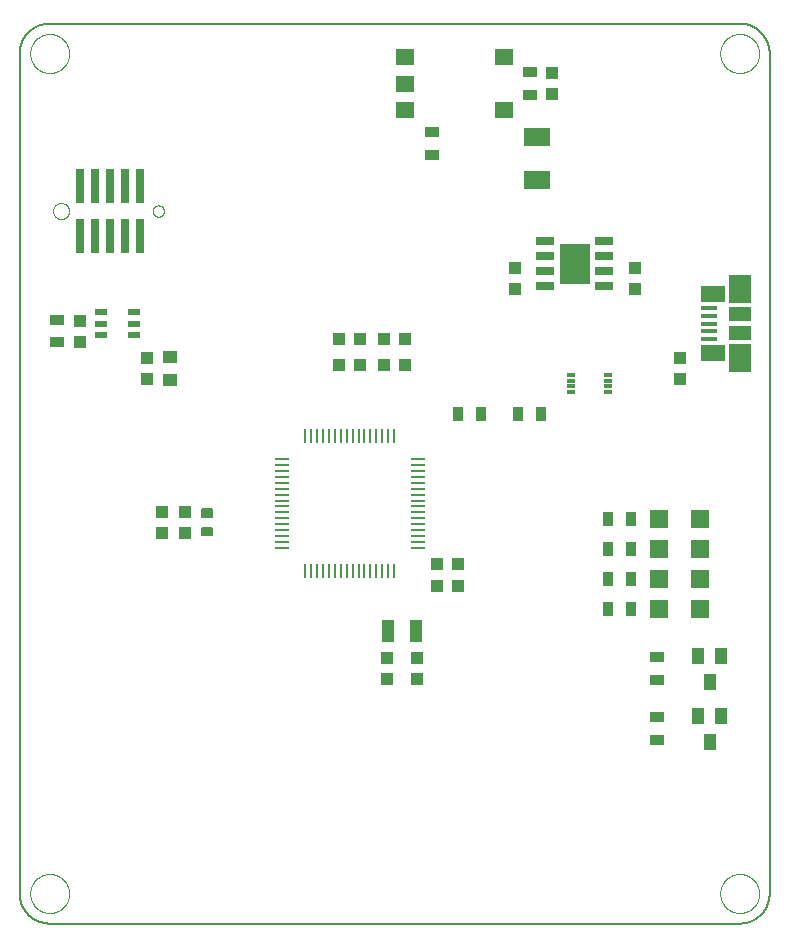
<source format=gtp>
G75*
%MOIN*%
%OFA0B0*%
%FSLAX25Y25*%
%IPPOS*%
%LPD*%
%AMOC8*
5,1,8,0,0,1.08239X$1,22.5*
%
%ADD10C,0.00600*%
%ADD11R,0.03937X0.03937*%
%ADD12R,0.05118X0.04134*%
%ADD13R,0.05906X0.06299*%
%ADD14R,0.02756X0.11417*%
%ADD15C,0.00000*%
%ADD16C,0.00630*%
%ADD17R,0.05118X0.03543*%
%ADD18R,0.03543X0.05118*%
%ADD19R,0.06299X0.05512*%
%ADD20R,0.04724X0.00866*%
%ADD21R,0.00866X0.04724*%
%ADD22R,0.04331X0.02362*%
%ADD23R,0.04331X0.07480*%
%ADD24R,0.03937X0.05512*%
%ADD25R,0.08583X0.05984*%
%ADD26R,0.05433X0.01772*%
%ADD27R,0.08268X0.05807*%
%ADD28R,0.07480X0.04626*%
%ADD29R,0.07480X0.09350*%
%ADD30R,0.03150X0.01181*%
%ADD31R,0.10287X0.13787*%
%ADD32R,0.05925X0.03157*%
D10*
X0037595Y0048933D02*
X0037595Y0328933D01*
X0037598Y0329175D01*
X0037607Y0329416D01*
X0037621Y0329657D01*
X0037642Y0329898D01*
X0037668Y0330138D01*
X0037700Y0330378D01*
X0037738Y0330617D01*
X0037781Y0330854D01*
X0037831Y0331091D01*
X0037886Y0331326D01*
X0037946Y0331560D01*
X0038013Y0331792D01*
X0038084Y0332023D01*
X0038162Y0332252D01*
X0038245Y0332479D01*
X0038333Y0332704D01*
X0038427Y0332927D01*
X0038526Y0333147D01*
X0038631Y0333365D01*
X0038740Y0333580D01*
X0038855Y0333793D01*
X0038975Y0334003D01*
X0039100Y0334209D01*
X0039230Y0334413D01*
X0039365Y0334614D01*
X0039505Y0334811D01*
X0039649Y0335005D01*
X0039798Y0335195D01*
X0039952Y0335381D01*
X0040110Y0335564D01*
X0040272Y0335743D01*
X0040439Y0335918D01*
X0040610Y0336089D01*
X0040785Y0336256D01*
X0040964Y0336418D01*
X0041147Y0336576D01*
X0041333Y0336730D01*
X0041523Y0336879D01*
X0041717Y0337023D01*
X0041914Y0337163D01*
X0042115Y0337298D01*
X0042319Y0337428D01*
X0042525Y0337553D01*
X0042735Y0337673D01*
X0042948Y0337788D01*
X0043163Y0337897D01*
X0043381Y0338002D01*
X0043601Y0338101D01*
X0043824Y0338195D01*
X0044049Y0338283D01*
X0044276Y0338366D01*
X0044505Y0338444D01*
X0044736Y0338515D01*
X0044968Y0338582D01*
X0045202Y0338642D01*
X0045437Y0338697D01*
X0045674Y0338747D01*
X0045911Y0338790D01*
X0046150Y0338828D01*
X0046390Y0338860D01*
X0046630Y0338886D01*
X0046871Y0338907D01*
X0047112Y0338921D01*
X0047353Y0338930D01*
X0047595Y0338933D01*
X0277595Y0338933D01*
X0277837Y0338930D01*
X0278078Y0338921D01*
X0278319Y0338907D01*
X0278560Y0338886D01*
X0278800Y0338860D01*
X0279040Y0338828D01*
X0279279Y0338790D01*
X0279516Y0338747D01*
X0279753Y0338697D01*
X0279988Y0338642D01*
X0280222Y0338582D01*
X0280454Y0338515D01*
X0280685Y0338444D01*
X0280914Y0338366D01*
X0281141Y0338283D01*
X0281366Y0338195D01*
X0281589Y0338101D01*
X0281809Y0338002D01*
X0282027Y0337897D01*
X0282242Y0337788D01*
X0282455Y0337673D01*
X0282665Y0337553D01*
X0282871Y0337428D01*
X0283075Y0337298D01*
X0283276Y0337163D01*
X0283473Y0337023D01*
X0283667Y0336879D01*
X0283857Y0336730D01*
X0284043Y0336576D01*
X0284226Y0336418D01*
X0284405Y0336256D01*
X0284580Y0336089D01*
X0284751Y0335918D01*
X0284918Y0335743D01*
X0285080Y0335564D01*
X0285238Y0335381D01*
X0285392Y0335195D01*
X0285541Y0335005D01*
X0285685Y0334811D01*
X0285825Y0334614D01*
X0285960Y0334413D01*
X0286090Y0334209D01*
X0286215Y0334003D01*
X0286335Y0333793D01*
X0286450Y0333580D01*
X0286559Y0333365D01*
X0286664Y0333147D01*
X0286763Y0332927D01*
X0286857Y0332704D01*
X0286945Y0332479D01*
X0287028Y0332252D01*
X0287106Y0332023D01*
X0287177Y0331792D01*
X0287244Y0331560D01*
X0287304Y0331326D01*
X0287359Y0331091D01*
X0287409Y0330854D01*
X0287452Y0330617D01*
X0287490Y0330378D01*
X0287522Y0330138D01*
X0287548Y0329898D01*
X0287569Y0329657D01*
X0287583Y0329416D01*
X0287592Y0329175D01*
X0287595Y0328933D01*
X0287595Y0048933D01*
X0287592Y0048691D01*
X0287583Y0048450D01*
X0287569Y0048209D01*
X0287548Y0047968D01*
X0287522Y0047728D01*
X0287490Y0047488D01*
X0287452Y0047249D01*
X0287409Y0047012D01*
X0287359Y0046775D01*
X0287304Y0046540D01*
X0287244Y0046306D01*
X0287177Y0046074D01*
X0287106Y0045843D01*
X0287028Y0045614D01*
X0286945Y0045387D01*
X0286857Y0045162D01*
X0286763Y0044939D01*
X0286664Y0044719D01*
X0286559Y0044501D01*
X0286450Y0044286D01*
X0286335Y0044073D01*
X0286215Y0043863D01*
X0286090Y0043657D01*
X0285960Y0043453D01*
X0285825Y0043252D01*
X0285685Y0043055D01*
X0285541Y0042861D01*
X0285392Y0042671D01*
X0285238Y0042485D01*
X0285080Y0042302D01*
X0284918Y0042123D01*
X0284751Y0041948D01*
X0284580Y0041777D01*
X0284405Y0041610D01*
X0284226Y0041448D01*
X0284043Y0041290D01*
X0283857Y0041136D01*
X0283667Y0040987D01*
X0283473Y0040843D01*
X0283276Y0040703D01*
X0283075Y0040568D01*
X0282871Y0040438D01*
X0282665Y0040313D01*
X0282455Y0040193D01*
X0282242Y0040078D01*
X0282027Y0039969D01*
X0281809Y0039864D01*
X0281589Y0039765D01*
X0281366Y0039671D01*
X0281141Y0039583D01*
X0280914Y0039500D01*
X0280685Y0039422D01*
X0280454Y0039351D01*
X0280222Y0039284D01*
X0279988Y0039224D01*
X0279753Y0039169D01*
X0279516Y0039119D01*
X0279279Y0039076D01*
X0279040Y0039038D01*
X0278800Y0039006D01*
X0278560Y0038980D01*
X0278319Y0038959D01*
X0278078Y0038945D01*
X0277837Y0038936D01*
X0277595Y0038933D01*
X0047595Y0038933D01*
X0047353Y0038936D01*
X0047112Y0038945D01*
X0046871Y0038959D01*
X0046630Y0038980D01*
X0046390Y0039006D01*
X0046150Y0039038D01*
X0045911Y0039076D01*
X0045674Y0039119D01*
X0045437Y0039169D01*
X0045202Y0039224D01*
X0044968Y0039284D01*
X0044736Y0039351D01*
X0044505Y0039422D01*
X0044276Y0039500D01*
X0044049Y0039583D01*
X0043824Y0039671D01*
X0043601Y0039765D01*
X0043381Y0039864D01*
X0043163Y0039969D01*
X0042948Y0040078D01*
X0042735Y0040193D01*
X0042525Y0040313D01*
X0042319Y0040438D01*
X0042115Y0040568D01*
X0041914Y0040703D01*
X0041717Y0040843D01*
X0041523Y0040987D01*
X0041333Y0041136D01*
X0041147Y0041290D01*
X0040964Y0041448D01*
X0040785Y0041610D01*
X0040610Y0041777D01*
X0040439Y0041948D01*
X0040272Y0042123D01*
X0040110Y0042302D01*
X0039952Y0042485D01*
X0039798Y0042671D01*
X0039649Y0042861D01*
X0039505Y0043055D01*
X0039365Y0043252D01*
X0039230Y0043453D01*
X0039100Y0043657D01*
X0038975Y0043863D01*
X0038855Y0044073D01*
X0038740Y0044286D01*
X0038631Y0044501D01*
X0038526Y0044719D01*
X0038427Y0044939D01*
X0038333Y0045162D01*
X0038245Y0045387D01*
X0038162Y0045614D01*
X0038084Y0045843D01*
X0038013Y0046074D01*
X0037946Y0046306D01*
X0037886Y0046540D01*
X0037831Y0046775D01*
X0037781Y0047012D01*
X0037738Y0047249D01*
X0037700Y0047488D01*
X0037668Y0047728D01*
X0037642Y0047968D01*
X0037621Y0048209D01*
X0037607Y0048450D01*
X0037598Y0048691D01*
X0037595Y0048933D01*
D11*
X0085095Y0169183D03*
X0085095Y0176183D03*
X0092595Y0176183D03*
X0092595Y0169183D03*
X0080095Y0220433D03*
X0080095Y0227433D03*
X0057595Y0232933D03*
X0057595Y0239933D03*
X0144095Y0233933D03*
X0151095Y0233933D03*
X0151095Y0225183D03*
X0144095Y0225183D03*
X0159095Y0225183D03*
X0166095Y0225183D03*
X0166095Y0233933D03*
X0159095Y0233933D03*
X0202595Y0250433D03*
X0202595Y0257433D03*
X0242595Y0257433D03*
X0242595Y0250433D03*
X0257595Y0227433D03*
X0257595Y0220433D03*
X0183595Y0158933D03*
X0176595Y0158933D03*
X0176595Y0151433D03*
X0183595Y0151433D03*
X0170095Y0127433D03*
X0170095Y0120433D03*
X0160095Y0120433D03*
X0160095Y0127433D03*
X0215095Y0315433D03*
X0215095Y0322433D03*
D12*
X0087595Y0227673D03*
X0087595Y0220193D03*
D13*
X0250705Y0173933D03*
X0250705Y0163933D03*
X0250705Y0153933D03*
X0250705Y0143933D03*
X0264485Y0143933D03*
X0264485Y0153933D03*
X0264485Y0163933D03*
X0264485Y0173933D03*
D14*
X0077595Y0267969D03*
X0072595Y0267969D03*
X0067595Y0267969D03*
X0062674Y0267969D03*
X0057595Y0267969D03*
X0057595Y0284898D03*
X0062674Y0284898D03*
X0067595Y0284898D03*
X0072595Y0284898D03*
X0077595Y0284898D03*
D15*
X0081946Y0276433D02*
X0081948Y0276519D01*
X0081954Y0276606D01*
X0081964Y0276691D01*
X0081978Y0276777D01*
X0081996Y0276861D01*
X0082017Y0276945D01*
X0082043Y0277027D01*
X0082072Y0277109D01*
X0082105Y0277188D01*
X0082142Y0277267D01*
X0082182Y0277343D01*
X0082226Y0277417D01*
X0082273Y0277490D01*
X0082324Y0277560D01*
X0082377Y0277628D01*
X0082434Y0277693D01*
X0082494Y0277755D01*
X0082556Y0277815D01*
X0082621Y0277872D01*
X0082689Y0277925D01*
X0082759Y0277976D01*
X0082832Y0278023D01*
X0082906Y0278067D01*
X0082982Y0278107D01*
X0083061Y0278144D01*
X0083140Y0278177D01*
X0083222Y0278206D01*
X0083304Y0278232D01*
X0083388Y0278253D01*
X0083472Y0278271D01*
X0083558Y0278285D01*
X0083643Y0278295D01*
X0083730Y0278301D01*
X0083816Y0278303D01*
X0083902Y0278301D01*
X0083989Y0278295D01*
X0084074Y0278285D01*
X0084160Y0278271D01*
X0084244Y0278253D01*
X0084328Y0278232D01*
X0084410Y0278206D01*
X0084492Y0278177D01*
X0084571Y0278144D01*
X0084650Y0278107D01*
X0084726Y0278067D01*
X0084800Y0278023D01*
X0084873Y0277976D01*
X0084943Y0277925D01*
X0085011Y0277872D01*
X0085076Y0277815D01*
X0085138Y0277755D01*
X0085198Y0277693D01*
X0085255Y0277628D01*
X0085308Y0277560D01*
X0085359Y0277490D01*
X0085406Y0277417D01*
X0085450Y0277343D01*
X0085490Y0277267D01*
X0085527Y0277188D01*
X0085560Y0277109D01*
X0085589Y0277027D01*
X0085615Y0276945D01*
X0085636Y0276861D01*
X0085654Y0276777D01*
X0085668Y0276691D01*
X0085678Y0276606D01*
X0085684Y0276519D01*
X0085686Y0276433D01*
X0085684Y0276347D01*
X0085678Y0276260D01*
X0085668Y0276175D01*
X0085654Y0276089D01*
X0085636Y0276005D01*
X0085615Y0275921D01*
X0085589Y0275839D01*
X0085560Y0275757D01*
X0085527Y0275678D01*
X0085490Y0275599D01*
X0085450Y0275523D01*
X0085406Y0275449D01*
X0085359Y0275376D01*
X0085308Y0275306D01*
X0085255Y0275238D01*
X0085198Y0275173D01*
X0085138Y0275111D01*
X0085076Y0275051D01*
X0085011Y0274994D01*
X0084943Y0274941D01*
X0084873Y0274890D01*
X0084800Y0274843D01*
X0084726Y0274799D01*
X0084650Y0274759D01*
X0084571Y0274722D01*
X0084492Y0274689D01*
X0084410Y0274660D01*
X0084328Y0274634D01*
X0084244Y0274613D01*
X0084160Y0274595D01*
X0084074Y0274581D01*
X0083989Y0274571D01*
X0083902Y0274565D01*
X0083816Y0274563D01*
X0083730Y0274565D01*
X0083643Y0274571D01*
X0083558Y0274581D01*
X0083472Y0274595D01*
X0083388Y0274613D01*
X0083304Y0274634D01*
X0083222Y0274660D01*
X0083140Y0274689D01*
X0083061Y0274722D01*
X0082982Y0274759D01*
X0082906Y0274799D01*
X0082832Y0274843D01*
X0082759Y0274890D01*
X0082689Y0274941D01*
X0082621Y0274994D01*
X0082556Y0275051D01*
X0082494Y0275111D01*
X0082434Y0275173D01*
X0082377Y0275238D01*
X0082324Y0275306D01*
X0082273Y0275376D01*
X0082226Y0275449D01*
X0082182Y0275523D01*
X0082142Y0275599D01*
X0082105Y0275678D01*
X0082072Y0275757D01*
X0082043Y0275839D01*
X0082017Y0275921D01*
X0081996Y0276005D01*
X0081978Y0276089D01*
X0081964Y0276175D01*
X0081954Y0276260D01*
X0081948Y0276347D01*
X0081946Y0276433D01*
X0048718Y0276433D02*
X0048720Y0276536D01*
X0048726Y0276639D01*
X0048736Y0276741D01*
X0048750Y0276844D01*
X0048768Y0276945D01*
X0048790Y0277046D01*
X0048815Y0277146D01*
X0048845Y0277244D01*
X0048878Y0277342D01*
X0048915Y0277438D01*
X0048956Y0277532D01*
X0049001Y0277625D01*
X0049049Y0277717D01*
X0049100Y0277806D01*
X0049155Y0277893D01*
X0049213Y0277978D01*
X0049275Y0278061D01*
X0049340Y0278141D01*
X0049407Y0278219D01*
X0049478Y0278293D01*
X0049552Y0278366D01*
X0049628Y0278435D01*
X0049707Y0278501D01*
X0049788Y0278564D01*
X0049872Y0278624D01*
X0049958Y0278681D01*
X0050046Y0278734D01*
X0050137Y0278784D01*
X0050229Y0278830D01*
X0050323Y0278873D01*
X0050418Y0278912D01*
X0050515Y0278947D01*
X0050613Y0278978D01*
X0050712Y0279006D01*
X0050813Y0279030D01*
X0050914Y0279050D01*
X0051015Y0279066D01*
X0051118Y0279078D01*
X0051221Y0279086D01*
X0051323Y0279090D01*
X0051427Y0279090D01*
X0051529Y0279086D01*
X0051632Y0279078D01*
X0051735Y0279066D01*
X0051836Y0279050D01*
X0051937Y0279030D01*
X0052038Y0279006D01*
X0052137Y0278978D01*
X0052235Y0278947D01*
X0052332Y0278912D01*
X0052427Y0278873D01*
X0052521Y0278830D01*
X0052613Y0278784D01*
X0052703Y0278734D01*
X0052792Y0278681D01*
X0052878Y0278624D01*
X0052962Y0278564D01*
X0053043Y0278501D01*
X0053122Y0278435D01*
X0053198Y0278366D01*
X0053272Y0278293D01*
X0053343Y0278219D01*
X0053410Y0278141D01*
X0053475Y0278061D01*
X0053537Y0277978D01*
X0053595Y0277893D01*
X0053650Y0277806D01*
X0053701Y0277717D01*
X0053749Y0277625D01*
X0053794Y0277532D01*
X0053835Y0277438D01*
X0053872Y0277342D01*
X0053905Y0277244D01*
X0053935Y0277146D01*
X0053960Y0277046D01*
X0053982Y0276945D01*
X0054000Y0276844D01*
X0054014Y0276741D01*
X0054024Y0276639D01*
X0054030Y0276536D01*
X0054032Y0276433D01*
X0054030Y0276330D01*
X0054024Y0276227D01*
X0054014Y0276125D01*
X0054000Y0276022D01*
X0053982Y0275921D01*
X0053960Y0275820D01*
X0053935Y0275720D01*
X0053905Y0275622D01*
X0053872Y0275524D01*
X0053835Y0275428D01*
X0053794Y0275334D01*
X0053749Y0275241D01*
X0053701Y0275149D01*
X0053650Y0275060D01*
X0053595Y0274973D01*
X0053537Y0274888D01*
X0053475Y0274805D01*
X0053410Y0274725D01*
X0053343Y0274647D01*
X0053272Y0274573D01*
X0053198Y0274500D01*
X0053122Y0274431D01*
X0053043Y0274365D01*
X0052962Y0274302D01*
X0052878Y0274242D01*
X0052792Y0274185D01*
X0052704Y0274132D01*
X0052613Y0274082D01*
X0052521Y0274036D01*
X0052427Y0273993D01*
X0052332Y0273954D01*
X0052235Y0273919D01*
X0052137Y0273888D01*
X0052038Y0273860D01*
X0051937Y0273836D01*
X0051836Y0273816D01*
X0051735Y0273800D01*
X0051632Y0273788D01*
X0051529Y0273780D01*
X0051427Y0273776D01*
X0051323Y0273776D01*
X0051221Y0273780D01*
X0051118Y0273788D01*
X0051015Y0273800D01*
X0050914Y0273816D01*
X0050813Y0273836D01*
X0050712Y0273860D01*
X0050613Y0273888D01*
X0050515Y0273919D01*
X0050418Y0273954D01*
X0050323Y0273993D01*
X0050229Y0274036D01*
X0050137Y0274082D01*
X0050047Y0274132D01*
X0049958Y0274185D01*
X0049872Y0274242D01*
X0049788Y0274302D01*
X0049707Y0274365D01*
X0049628Y0274431D01*
X0049552Y0274500D01*
X0049478Y0274573D01*
X0049407Y0274647D01*
X0049340Y0274725D01*
X0049275Y0274805D01*
X0049213Y0274888D01*
X0049155Y0274973D01*
X0049100Y0275060D01*
X0049049Y0275149D01*
X0049001Y0275241D01*
X0048956Y0275334D01*
X0048915Y0275428D01*
X0048878Y0275524D01*
X0048845Y0275622D01*
X0048815Y0275720D01*
X0048790Y0275820D01*
X0048768Y0275921D01*
X0048750Y0276022D01*
X0048736Y0276125D01*
X0048726Y0276227D01*
X0048720Y0276330D01*
X0048718Y0276433D01*
X0041099Y0328933D02*
X0041101Y0329094D01*
X0041107Y0329254D01*
X0041117Y0329415D01*
X0041131Y0329575D01*
X0041149Y0329734D01*
X0041170Y0329894D01*
X0041196Y0330052D01*
X0041226Y0330210D01*
X0041259Y0330367D01*
X0041297Y0330524D01*
X0041338Y0330679D01*
X0041383Y0330833D01*
X0041432Y0330986D01*
X0041485Y0331138D01*
X0041541Y0331288D01*
X0041601Y0331437D01*
X0041665Y0331585D01*
X0041732Y0331731D01*
X0041803Y0331875D01*
X0041878Y0332017D01*
X0041956Y0332158D01*
X0042037Y0332296D01*
X0042122Y0332433D01*
X0042211Y0332567D01*
X0042302Y0332699D01*
X0042397Y0332829D01*
X0042495Y0332956D01*
X0042596Y0333081D01*
X0042700Y0333204D01*
X0042807Y0333323D01*
X0042917Y0333440D01*
X0043030Y0333555D01*
X0043146Y0333666D01*
X0043264Y0333775D01*
X0043385Y0333880D01*
X0043509Y0333983D01*
X0043635Y0334083D01*
X0043764Y0334179D01*
X0043895Y0334272D01*
X0044028Y0334362D01*
X0044163Y0334449D01*
X0044301Y0334532D01*
X0044440Y0334611D01*
X0044582Y0334688D01*
X0044725Y0334761D01*
X0044870Y0334830D01*
X0045017Y0334895D01*
X0045165Y0334957D01*
X0045315Y0335016D01*
X0045466Y0335070D01*
X0045618Y0335121D01*
X0045772Y0335168D01*
X0045927Y0335211D01*
X0046082Y0335250D01*
X0046239Y0335286D01*
X0046397Y0335318D01*
X0046555Y0335345D01*
X0046714Y0335369D01*
X0046873Y0335389D01*
X0047033Y0335405D01*
X0047194Y0335417D01*
X0047354Y0335425D01*
X0047515Y0335429D01*
X0047675Y0335429D01*
X0047836Y0335425D01*
X0047996Y0335417D01*
X0048157Y0335405D01*
X0048317Y0335389D01*
X0048476Y0335369D01*
X0048635Y0335345D01*
X0048793Y0335318D01*
X0048951Y0335286D01*
X0049108Y0335250D01*
X0049263Y0335211D01*
X0049418Y0335168D01*
X0049572Y0335121D01*
X0049724Y0335070D01*
X0049875Y0335016D01*
X0050025Y0334957D01*
X0050173Y0334895D01*
X0050320Y0334830D01*
X0050465Y0334761D01*
X0050608Y0334688D01*
X0050750Y0334611D01*
X0050889Y0334532D01*
X0051027Y0334449D01*
X0051162Y0334362D01*
X0051295Y0334272D01*
X0051426Y0334179D01*
X0051555Y0334083D01*
X0051681Y0333983D01*
X0051805Y0333880D01*
X0051926Y0333775D01*
X0052044Y0333666D01*
X0052160Y0333555D01*
X0052273Y0333440D01*
X0052383Y0333323D01*
X0052490Y0333204D01*
X0052594Y0333081D01*
X0052695Y0332956D01*
X0052793Y0332829D01*
X0052888Y0332699D01*
X0052979Y0332567D01*
X0053068Y0332433D01*
X0053153Y0332296D01*
X0053234Y0332158D01*
X0053312Y0332017D01*
X0053387Y0331875D01*
X0053458Y0331731D01*
X0053525Y0331585D01*
X0053589Y0331437D01*
X0053649Y0331288D01*
X0053705Y0331138D01*
X0053758Y0330986D01*
X0053807Y0330833D01*
X0053852Y0330679D01*
X0053893Y0330524D01*
X0053931Y0330367D01*
X0053964Y0330210D01*
X0053994Y0330052D01*
X0054020Y0329894D01*
X0054041Y0329734D01*
X0054059Y0329575D01*
X0054073Y0329415D01*
X0054083Y0329254D01*
X0054089Y0329094D01*
X0054091Y0328933D01*
X0054089Y0328772D01*
X0054083Y0328612D01*
X0054073Y0328451D01*
X0054059Y0328291D01*
X0054041Y0328132D01*
X0054020Y0327972D01*
X0053994Y0327814D01*
X0053964Y0327656D01*
X0053931Y0327499D01*
X0053893Y0327342D01*
X0053852Y0327187D01*
X0053807Y0327033D01*
X0053758Y0326880D01*
X0053705Y0326728D01*
X0053649Y0326578D01*
X0053589Y0326429D01*
X0053525Y0326281D01*
X0053458Y0326135D01*
X0053387Y0325991D01*
X0053312Y0325849D01*
X0053234Y0325708D01*
X0053153Y0325570D01*
X0053068Y0325433D01*
X0052979Y0325299D01*
X0052888Y0325167D01*
X0052793Y0325037D01*
X0052695Y0324910D01*
X0052594Y0324785D01*
X0052490Y0324662D01*
X0052383Y0324543D01*
X0052273Y0324426D01*
X0052160Y0324311D01*
X0052044Y0324200D01*
X0051926Y0324091D01*
X0051805Y0323986D01*
X0051681Y0323883D01*
X0051555Y0323783D01*
X0051426Y0323687D01*
X0051295Y0323594D01*
X0051162Y0323504D01*
X0051027Y0323417D01*
X0050889Y0323334D01*
X0050750Y0323255D01*
X0050608Y0323178D01*
X0050465Y0323105D01*
X0050320Y0323036D01*
X0050173Y0322971D01*
X0050025Y0322909D01*
X0049875Y0322850D01*
X0049724Y0322796D01*
X0049572Y0322745D01*
X0049418Y0322698D01*
X0049263Y0322655D01*
X0049108Y0322616D01*
X0048951Y0322580D01*
X0048793Y0322548D01*
X0048635Y0322521D01*
X0048476Y0322497D01*
X0048317Y0322477D01*
X0048157Y0322461D01*
X0047996Y0322449D01*
X0047836Y0322441D01*
X0047675Y0322437D01*
X0047515Y0322437D01*
X0047354Y0322441D01*
X0047194Y0322449D01*
X0047033Y0322461D01*
X0046873Y0322477D01*
X0046714Y0322497D01*
X0046555Y0322521D01*
X0046397Y0322548D01*
X0046239Y0322580D01*
X0046082Y0322616D01*
X0045927Y0322655D01*
X0045772Y0322698D01*
X0045618Y0322745D01*
X0045466Y0322796D01*
X0045315Y0322850D01*
X0045165Y0322909D01*
X0045017Y0322971D01*
X0044870Y0323036D01*
X0044725Y0323105D01*
X0044582Y0323178D01*
X0044440Y0323255D01*
X0044301Y0323334D01*
X0044163Y0323417D01*
X0044028Y0323504D01*
X0043895Y0323594D01*
X0043764Y0323687D01*
X0043635Y0323783D01*
X0043509Y0323883D01*
X0043385Y0323986D01*
X0043264Y0324091D01*
X0043146Y0324200D01*
X0043030Y0324311D01*
X0042917Y0324426D01*
X0042807Y0324543D01*
X0042700Y0324662D01*
X0042596Y0324785D01*
X0042495Y0324910D01*
X0042397Y0325037D01*
X0042302Y0325167D01*
X0042211Y0325299D01*
X0042122Y0325433D01*
X0042037Y0325570D01*
X0041956Y0325708D01*
X0041878Y0325849D01*
X0041803Y0325991D01*
X0041732Y0326135D01*
X0041665Y0326281D01*
X0041601Y0326429D01*
X0041541Y0326578D01*
X0041485Y0326728D01*
X0041432Y0326880D01*
X0041383Y0327033D01*
X0041338Y0327187D01*
X0041297Y0327342D01*
X0041259Y0327499D01*
X0041226Y0327656D01*
X0041196Y0327814D01*
X0041170Y0327972D01*
X0041149Y0328132D01*
X0041131Y0328291D01*
X0041117Y0328451D01*
X0041107Y0328612D01*
X0041101Y0328772D01*
X0041099Y0328933D01*
X0271099Y0328933D02*
X0271101Y0329094D01*
X0271107Y0329254D01*
X0271117Y0329415D01*
X0271131Y0329575D01*
X0271149Y0329734D01*
X0271170Y0329894D01*
X0271196Y0330052D01*
X0271226Y0330210D01*
X0271259Y0330367D01*
X0271297Y0330524D01*
X0271338Y0330679D01*
X0271383Y0330833D01*
X0271432Y0330986D01*
X0271485Y0331138D01*
X0271541Y0331288D01*
X0271601Y0331437D01*
X0271665Y0331585D01*
X0271732Y0331731D01*
X0271803Y0331875D01*
X0271878Y0332017D01*
X0271956Y0332158D01*
X0272037Y0332296D01*
X0272122Y0332433D01*
X0272211Y0332567D01*
X0272302Y0332699D01*
X0272397Y0332829D01*
X0272495Y0332956D01*
X0272596Y0333081D01*
X0272700Y0333204D01*
X0272807Y0333323D01*
X0272917Y0333440D01*
X0273030Y0333555D01*
X0273146Y0333666D01*
X0273264Y0333775D01*
X0273385Y0333880D01*
X0273509Y0333983D01*
X0273635Y0334083D01*
X0273764Y0334179D01*
X0273895Y0334272D01*
X0274028Y0334362D01*
X0274163Y0334449D01*
X0274301Y0334532D01*
X0274440Y0334611D01*
X0274582Y0334688D01*
X0274725Y0334761D01*
X0274870Y0334830D01*
X0275017Y0334895D01*
X0275165Y0334957D01*
X0275315Y0335016D01*
X0275466Y0335070D01*
X0275618Y0335121D01*
X0275772Y0335168D01*
X0275927Y0335211D01*
X0276082Y0335250D01*
X0276239Y0335286D01*
X0276397Y0335318D01*
X0276555Y0335345D01*
X0276714Y0335369D01*
X0276873Y0335389D01*
X0277033Y0335405D01*
X0277194Y0335417D01*
X0277354Y0335425D01*
X0277515Y0335429D01*
X0277675Y0335429D01*
X0277836Y0335425D01*
X0277996Y0335417D01*
X0278157Y0335405D01*
X0278317Y0335389D01*
X0278476Y0335369D01*
X0278635Y0335345D01*
X0278793Y0335318D01*
X0278951Y0335286D01*
X0279108Y0335250D01*
X0279263Y0335211D01*
X0279418Y0335168D01*
X0279572Y0335121D01*
X0279724Y0335070D01*
X0279875Y0335016D01*
X0280025Y0334957D01*
X0280173Y0334895D01*
X0280320Y0334830D01*
X0280465Y0334761D01*
X0280608Y0334688D01*
X0280750Y0334611D01*
X0280889Y0334532D01*
X0281027Y0334449D01*
X0281162Y0334362D01*
X0281295Y0334272D01*
X0281426Y0334179D01*
X0281555Y0334083D01*
X0281681Y0333983D01*
X0281805Y0333880D01*
X0281926Y0333775D01*
X0282044Y0333666D01*
X0282160Y0333555D01*
X0282273Y0333440D01*
X0282383Y0333323D01*
X0282490Y0333204D01*
X0282594Y0333081D01*
X0282695Y0332956D01*
X0282793Y0332829D01*
X0282888Y0332699D01*
X0282979Y0332567D01*
X0283068Y0332433D01*
X0283153Y0332296D01*
X0283234Y0332158D01*
X0283312Y0332017D01*
X0283387Y0331875D01*
X0283458Y0331731D01*
X0283525Y0331585D01*
X0283589Y0331437D01*
X0283649Y0331288D01*
X0283705Y0331138D01*
X0283758Y0330986D01*
X0283807Y0330833D01*
X0283852Y0330679D01*
X0283893Y0330524D01*
X0283931Y0330367D01*
X0283964Y0330210D01*
X0283994Y0330052D01*
X0284020Y0329894D01*
X0284041Y0329734D01*
X0284059Y0329575D01*
X0284073Y0329415D01*
X0284083Y0329254D01*
X0284089Y0329094D01*
X0284091Y0328933D01*
X0284089Y0328772D01*
X0284083Y0328612D01*
X0284073Y0328451D01*
X0284059Y0328291D01*
X0284041Y0328132D01*
X0284020Y0327972D01*
X0283994Y0327814D01*
X0283964Y0327656D01*
X0283931Y0327499D01*
X0283893Y0327342D01*
X0283852Y0327187D01*
X0283807Y0327033D01*
X0283758Y0326880D01*
X0283705Y0326728D01*
X0283649Y0326578D01*
X0283589Y0326429D01*
X0283525Y0326281D01*
X0283458Y0326135D01*
X0283387Y0325991D01*
X0283312Y0325849D01*
X0283234Y0325708D01*
X0283153Y0325570D01*
X0283068Y0325433D01*
X0282979Y0325299D01*
X0282888Y0325167D01*
X0282793Y0325037D01*
X0282695Y0324910D01*
X0282594Y0324785D01*
X0282490Y0324662D01*
X0282383Y0324543D01*
X0282273Y0324426D01*
X0282160Y0324311D01*
X0282044Y0324200D01*
X0281926Y0324091D01*
X0281805Y0323986D01*
X0281681Y0323883D01*
X0281555Y0323783D01*
X0281426Y0323687D01*
X0281295Y0323594D01*
X0281162Y0323504D01*
X0281027Y0323417D01*
X0280889Y0323334D01*
X0280750Y0323255D01*
X0280608Y0323178D01*
X0280465Y0323105D01*
X0280320Y0323036D01*
X0280173Y0322971D01*
X0280025Y0322909D01*
X0279875Y0322850D01*
X0279724Y0322796D01*
X0279572Y0322745D01*
X0279418Y0322698D01*
X0279263Y0322655D01*
X0279108Y0322616D01*
X0278951Y0322580D01*
X0278793Y0322548D01*
X0278635Y0322521D01*
X0278476Y0322497D01*
X0278317Y0322477D01*
X0278157Y0322461D01*
X0277996Y0322449D01*
X0277836Y0322441D01*
X0277675Y0322437D01*
X0277515Y0322437D01*
X0277354Y0322441D01*
X0277194Y0322449D01*
X0277033Y0322461D01*
X0276873Y0322477D01*
X0276714Y0322497D01*
X0276555Y0322521D01*
X0276397Y0322548D01*
X0276239Y0322580D01*
X0276082Y0322616D01*
X0275927Y0322655D01*
X0275772Y0322698D01*
X0275618Y0322745D01*
X0275466Y0322796D01*
X0275315Y0322850D01*
X0275165Y0322909D01*
X0275017Y0322971D01*
X0274870Y0323036D01*
X0274725Y0323105D01*
X0274582Y0323178D01*
X0274440Y0323255D01*
X0274301Y0323334D01*
X0274163Y0323417D01*
X0274028Y0323504D01*
X0273895Y0323594D01*
X0273764Y0323687D01*
X0273635Y0323783D01*
X0273509Y0323883D01*
X0273385Y0323986D01*
X0273264Y0324091D01*
X0273146Y0324200D01*
X0273030Y0324311D01*
X0272917Y0324426D01*
X0272807Y0324543D01*
X0272700Y0324662D01*
X0272596Y0324785D01*
X0272495Y0324910D01*
X0272397Y0325037D01*
X0272302Y0325167D01*
X0272211Y0325299D01*
X0272122Y0325433D01*
X0272037Y0325570D01*
X0271956Y0325708D01*
X0271878Y0325849D01*
X0271803Y0325991D01*
X0271732Y0326135D01*
X0271665Y0326281D01*
X0271601Y0326429D01*
X0271541Y0326578D01*
X0271485Y0326728D01*
X0271432Y0326880D01*
X0271383Y0327033D01*
X0271338Y0327187D01*
X0271297Y0327342D01*
X0271259Y0327499D01*
X0271226Y0327656D01*
X0271196Y0327814D01*
X0271170Y0327972D01*
X0271149Y0328132D01*
X0271131Y0328291D01*
X0271117Y0328451D01*
X0271107Y0328612D01*
X0271101Y0328772D01*
X0271099Y0328933D01*
X0271099Y0048933D02*
X0271101Y0049094D01*
X0271107Y0049254D01*
X0271117Y0049415D01*
X0271131Y0049575D01*
X0271149Y0049734D01*
X0271170Y0049894D01*
X0271196Y0050052D01*
X0271226Y0050210D01*
X0271259Y0050367D01*
X0271297Y0050524D01*
X0271338Y0050679D01*
X0271383Y0050833D01*
X0271432Y0050986D01*
X0271485Y0051138D01*
X0271541Y0051288D01*
X0271601Y0051437D01*
X0271665Y0051585D01*
X0271732Y0051731D01*
X0271803Y0051875D01*
X0271878Y0052017D01*
X0271956Y0052158D01*
X0272037Y0052296D01*
X0272122Y0052433D01*
X0272211Y0052567D01*
X0272302Y0052699D01*
X0272397Y0052829D01*
X0272495Y0052956D01*
X0272596Y0053081D01*
X0272700Y0053204D01*
X0272807Y0053323D01*
X0272917Y0053440D01*
X0273030Y0053555D01*
X0273146Y0053666D01*
X0273264Y0053775D01*
X0273385Y0053880D01*
X0273509Y0053983D01*
X0273635Y0054083D01*
X0273764Y0054179D01*
X0273895Y0054272D01*
X0274028Y0054362D01*
X0274163Y0054449D01*
X0274301Y0054532D01*
X0274440Y0054611D01*
X0274582Y0054688D01*
X0274725Y0054761D01*
X0274870Y0054830D01*
X0275017Y0054895D01*
X0275165Y0054957D01*
X0275315Y0055016D01*
X0275466Y0055070D01*
X0275618Y0055121D01*
X0275772Y0055168D01*
X0275927Y0055211D01*
X0276082Y0055250D01*
X0276239Y0055286D01*
X0276397Y0055318D01*
X0276555Y0055345D01*
X0276714Y0055369D01*
X0276873Y0055389D01*
X0277033Y0055405D01*
X0277194Y0055417D01*
X0277354Y0055425D01*
X0277515Y0055429D01*
X0277675Y0055429D01*
X0277836Y0055425D01*
X0277996Y0055417D01*
X0278157Y0055405D01*
X0278317Y0055389D01*
X0278476Y0055369D01*
X0278635Y0055345D01*
X0278793Y0055318D01*
X0278951Y0055286D01*
X0279108Y0055250D01*
X0279263Y0055211D01*
X0279418Y0055168D01*
X0279572Y0055121D01*
X0279724Y0055070D01*
X0279875Y0055016D01*
X0280025Y0054957D01*
X0280173Y0054895D01*
X0280320Y0054830D01*
X0280465Y0054761D01*
X0280608Y0054688D01*
X0280750Y0054611D01*
X0280889Y0054532D01*
X0281027Y0054449D01*
X0281162Y0054362D01*
X0281295Y0054272D01*
X0281426Y0054179D01*
X0281555Y0054083D01*
X0281681Y0053983D01*
X0281805Y0053880D01*
X0281926Y0053775D01*
X0282044Y0053666D01*
X0282160Y0053555D01*
X0282273Y0053440D01*
X0282383Y0053323D01*
X0282490Y0053204D01*
X0282594Y0053081D01*
X0282695Y0052956D01*
X0282793Y0052829D01*
X0282888Y0052699D01*
X0282979Y0052567D01*
X0283068Y0052433D01*
X0283153Y0052296D01*
X0283234Y0052158D01*
X0283312Y0052017D01*
X0283387Y0051875D01*
X0283458Y0051731D01*
X0283525Y0051585D01*
X0283589Y0051437D01*
X0283649Y0051288D01*
X0283705Y0051138D01*
X0283758Y0050986D01*
X0283807Y0050833D01*
X0283852Y0050679D01*
X0283893Y0050524D01*
X0283931Y0050367D01*
X0283964Y0050210D01*
X0283994Y0050052D01*
X0284020Y0049894D01*
X0284041Y0049734D01*
X0284059Y0049575D01*
X0284073Y0049415D01*
X0284083Y0049254D01*
X0284089Y0049094D01*
X0284091Y0048933D01*
X0284089Y0048772D01*
X0284083Y0048612D01*
X0284073Y0048451D01*
X0284059Y0048291D01*
X0284041Y0048132D01*
X0284020Y0047972D01*
X0283994Y0047814D01*
X0283964Y0047656D01*
X0283931Y0047499D01*
X0283893Y0047342D01*
X0283852Y0047187D01*
X0283807Y0047033D01*
X0283758Y0046880D01*
X0283705Y0046728D01*
X0283649Y0046578D01*
X0283589Y0046429D01*
X0283525Y0046281D01*
X0283458Y0046135D01*
X0283387Y0045991D01*
X0283312Y0045849D01*
X0283234Y0045708D01*
X0283153Y0045570D01*
X0283068Y0045433D01*
X0282979Y0045299D01*
X0282888Y0045167D01*
X0282793Y0045037D01*
X0282695Y0044910D01*
X0282594Y0044785D01*
X0282490Y0044662D01*
X0282383Y0044543D01*
X0282273Y0044426D01*
X0282160Y0044311D01*
X0282044Y0044200D01*
X0281926Y0044091D01*
X0281805Y0043986D01*
X0281681Y0043883D01*
X0281555Y0043783D01*
X0281426Y0043687D01*
X0281295Y0043594D01*
X0281162Y0043504D01*
X0281027Y0043417D01*
X0280889Y0043334D01*
X0280750Y0043255D01*
X0280608Y0043178D01*
X0280465Y0043105D01*
X0280320Y0043036D01*
X0280173Y0042971D01*
X0280025Y0042909D01*
X0279875Y0042850D01*
X0279724Y0042796D01*
X0279572Y0042745D01*
X0279418Y0042698D01*
X0279263Y0042655D01*
X0279108Y0042616D01*
X0278951Y0042580D01*
X0278793Y0042548D01*
X0278635Y0042521D01*
X0278476Y0042497D01*
X0278317Y0042477D01*
X0278157Y0042461D01*
X0277996Y0042449D01*
X0277836Y0042441D01*
X0277675Y0042437D01*
X0277515Y0042437D01*
X0277354Y0042441D01*
X0277194Y0042449D01*
X0277033Y0042461D01*
X0276873Y0042477D01*
X0276714Y0042497D01*
X0276555Y0042521D01*
X0276397Y0042548D01*
X0276239Y0042580D01*
X0276082Y0042616D01*
X0275927Y0042655D01*
X0275772Y0042698D01*
X0275618Y0042745D01*
X0275466Y0042796D01*
X0275315Y0042850D01*
X0275165Y0042909D01*
X0275017Y0042971D01*
X0274870Y0043036D01*
X0274725Y0043105D01*
X0274582Y0043178D01*
X0274440Y0043255D01*
X0274301Y0043334D01*
X0274163Y0043417D01*
X0274028Y0043504D01*
X0273895Y0043594D01*
X0273764Y0043687D01*
X0273635Y0043783D01*
X0273509Y0043883D01*
X0273385Y0043986D01*
X0273264Y0044091D01*
X0273146Y0044200D01*
X0273030Y0044311D01*
X0272917Y0044426D01*
X0272807Y0044543D01*
X0272700Y0044662D01*
X0272596Y0044785D01*
X0272495Y0044910D01*
X0272397Y0045037D01*
X0272302Y0045167D01*
X0272211Y0045299D01*
X0272122Y0045433D01*
X0272037Y0045570D01*
X0271956Y0045708D01*
X0271878Y0045849D01*
X0271803Y0045991D01*
X0271732Y0046135D01*
X0271665Y0046281D01*
X0271601Y0046429D01*
X0271541Y0046578D01*
X0271485Y0046728D01*
X0271432Y0046880D01*
X0271383Y0047033D01*
X0271338Y0047187D01*
X0271297Y0047342D01*
X0271259Y0047499D01*
X0271226Y0047656D01*
X0271196Y0047814D01*
X0271170Y0047972D01*
X0271149Y0048132D01*
X0271131Y0048291D01*
X0271117Y0048451D01*
X0271107Y0048612D01*
X0271101Y0048772D01*
X0271099Y0048933D01*
X0041099Y0048933D02*
X0041101Y0049094D01*
X0041107Y0049254D01*
X0041117Y0049415D01*
X0041131Y0049575D01*
X0041149Y0049734D01*
X0041170Y0049894D01*
X0041196Y0050052D01*
X0041226Y0050210D01*
X0041259Y0050367D01*
X0041297Y0050524D01*
X0041338Y0050679D01*
X0041383Y0050833D01*
X0041432Y0050986D01*
X0041485Y0051138D01*
X0041541Y0051288D01*
X0041601Y0051437D01*
X0041665Y0051585D01*
X0041732Y0051731D01*
X0041803Y0051875D01*
X0041878Y0052017D01*
X0041956Y0052158D01*
X0042037Y0052296D01*
X0042122Y0052433D01*
X0042211Y0052567D01*
X0042302Y0052699D01*
X0042397Y0052829D01*
X0042495Y0052956D01*
X0042596Y0053081D01*
X0042700Y0053204D01*
X0042807Y0053323D01*
X0042917Y0053440D01*
X0043030Y0053555D01*
X0043146Y0053666D01*
X0043264Y0053775D01*
X0043385Y0053880D01*
X0043509Y0053983D01*
X0043635Y0054083D01*
X0043764Y0054179D01*
X0043895Y0054272D01*
X0044028Y0054362D01*
X0044163Y0054449D01*
X0044301Y0054532D01*
X0044440Y0054611D01*
X0044582Y0054688D01*
X0044725Y0054761D01*
X0044870Y0054830D01*
X0045017Y0054895D01*
X0045165Y0054957D01*
X0045315Y0055016D01*
X0045466Y0055070D01*
X0045618Y0055121D01*
X0045772Y0055168D01*
X0045927Y0055211D01*
X0046082Y0055250D01*
X0046239Y0055286D01*
X0046397Y0055318D01*
X0046555Y0055345D01*
X0046714Y0055369D01*
X0046873Y0055389D01*
X0047033Y0055405D01*
X0047194Y0055417D01*
X0047354Y0055425D01*
X0047515Y0055429D01*
X0047675Y0055429D01*
X0047836Y0055425D01*
X0047996Y0055417D01*
X0048157Y0055405D01*
X0048317Y0055389D01*
X0048476Y0055369D01*
X0048635Y0055345D01*
X0048793Y0055318D01*
X0048951Y0055286D01*
X0049108Y0055250D01*
X0049263Y0055211D01*
X0049418Y0055168D01*
X0049572Y0055121D01*
X0049724Y0055070D01*
X0049875Y0055016D01*
X0050025Y0054957D01*
X0050173Y0054895D01*
X0050320Y0054830D01*
X0050465Y0054761D01*
X0050608Y0054688D01*
X0050750Y0054611D01*
X0050889Y0054532D01*
X0051027Y0054449D01*
X0051162Y0054362D01*
X0051295Y0054272D01*
X0051426Y0054179D01*
X0051555Y0054083D01*
X0051681Y0053983D01*
X0051805Y0053880D01*
X0051926Y0053775D01*
X0052044Y0053666D01*
X0052160Y0053555D01*
X0052273Y0053440D01*
X0052383Y0053323D01*
X0052490Y0053204D01*
X0052594Y0053081D01*
X0052695Y0052956D01*
X0052793Y0052829D01*
X0052888Y0052699D01*
X0052979Y0052567D01*
X0053068Y0052433D01*
X0053153Y0052296D01*
X0053234Y0052158D01*
X0053312Y0052017D01*
X0053387Y0051875D01*
X0053458Y0051731D01*
X0053525Y0051585D01*
X0053589Y0051437D01*
X0053649Y0051288D01*
X0053705Y0051138D01*
X0053758Y0050986D01*
X0053807Y0050833D01*
X0053852Y0050679D01*
X0053893Y0050524D01*
X0053931Y0050367D01*
X0053964Y0050210D01*
X0053994Y0050052D01*
X0054020Y0049894D01*
X0054041Y0049734D01*
X0054059Y0049575D01*
X0054073Y0049415D01*
X0054083Y0049254D01*
X0054089Y0049094D01*
X0054091Y0048933D01*
X0054089Y0048772D01*
X0054083Y0048612D01*
X0054073Y0048451D01*
X0054059Y0048291D01*
X0054041Y0048132D01*
X0054020Y0047972D01*
X0053994Y0047814D01*
X0053964Y0047656D01*
X0053931Y0047499D01*
X0053893Y0047342D01*
X0053852Y0047187D01*
X0053807Y0047033D01*
X0053758Y0046880D01*
X0053705Y0046728D01*
X0053649Y0046578D01*
X0053589Y0046429D01*
X0053525Y0046281D01*
X0053458Y0046135D01*
X0053387Y0045991D01*
X0053312Y0045849D01*
X0053234Y0045708D01*
X0053153Y0045570D01*
X0053068Y0045433D01*
X0052979Y0045299D01*
X0052888Y0045167D01*
X0052793Y0045037D01*
X0052695Y0044910D01*
X0052594Y0044785D01*
X0052490Y0044662D01*
X0052383Y0044543D01*
X0052273Y0044426D01*
X0052160Y0044311D01*
X0052044Y0044200D01*
X0051926Y0044091D01*
X0051805Y0043986D01*
X0051681Y0043883D01*
X0051555Y0043783D01*
X0051426Y0043687D01*
X0051295Y0043594D01*
X0051162Y0043504D01*
X0051027Y0043417D01*
X0050889Y0043334D01*
X0050750Y0043255D01*
X0050608Y0043178D01*
X0050465Y0043105D01*
X0050320Y0043036D01*
X0050173Y0042971D01*
X0050025Y0042909D01*
X0049875Y0042850D01*
X0049724Y0042796D01*
X0049572Y0042745D01*
X0049418Y0042698D01*
X0049263Y0042655D01*
X0049108Y0042616D01*
X0048951Y0042580D01*
X0048793Y0042548D01*
X0048635Y0042521D01*
X0048476Y0042497D01*
X0048317Y0042477D01*
X0048157Y0042461D01*
X0047996Y0042449D01*
X0047836Y0042441D01*
X0047675Y0042437D01*
X0047515Y0042437D01*
X0047354Y0042441D01*
X0047194Y0042449D01*
X0047033Y0042461D01*
X0046873Y0042477D01*
X0046714Y0042497D01*
X0046555Y0042521D01*
X0046397Y0042548D01*
X0046239Y0042580D01*
X0046082Y0042616D01*
X0045927Y0042655D01*
X0045772Y0042698D01*
X0045618Y0042745D01*
X0045466Y0042796D01*
X0045315Y0042850D01*
X0045165Y0042909D01*
X0045017Y0042971D01*
X0044870Y0043036D01*
X0044725Y0043105D01*
X0044582Y0043178D01*
X0044440Y0043255D01*
X0044301Y0043334D01*
X0044163Y0043417D01*
X0044028Y0043504D01*
X0043895Y0043594D01*
X0043764Y0043687D01*
X0043635Y0043783D01*
X0043509Y0043883D01*
X0043385Y0043986D01*
X0043264Y0044091D01*
X0043146Y0044200D01*
X0043030Y0044311D01*
X0042917Y0044426D01*
X0042807Y0044543D01*
X0042700Y0044662D01*
X0042596Y0044785D01*
X0042495Y0044910D01*
X0042397Y0045037D01*
X0042302Y0045167D01*
X0042211Y0045299D01*
X0042122Y0045433D01*
X0042037Y0045570D01*
X0041956Y0045708D01*
X0041878Y0045849D01*
X0041803Y0045991D01*
X0041732Y0046135D01*
X0041665Y0046281D01*
X0041601Y0046429D01*
X0041541Y0046578D01*
X0041485Y0046728D01*
X0041432Y0046880D01*
X0041383Y0047033D01*
X0041338Y0047187D01*
X0041297Y0047342D01*
X0041259Y0047499D01*
X0041226Y0047656D01*
X0041196Y0047814D01*
X0041170Y0047972D01*
X0041149Y0048132D01*
X0041131Y0048291D01*
X0041117Y0048451D01*
X0041107Y0048612D01*
X0041101Y0048772D01*
X0041099Y0048933D01*
D16*
X0098520Y0170833D02*
X0101670Y0170833D01*
X0101670Y0168313D01*
X0098520Y0168313D01*
X0098520Y0170833D01*
X0098520Y0168942D02*
X0101670Y0168942D01*
X0101670Y0169571D02*
X0098520Y0169571D01*
X0098520Y0170200D02*
X0101670Y0170200D01*
X0101670Y0170829D02*
X0098520Y0170829D01*
X0098520Y0177053D02*
X0101670Y0177053D01*
X0101670Y0174533D01*
X0098520Y0174533D01*
X0098520Y0177053D01*
X0098520Y0175162D02*
X0101670Y0175162D01*
X0101670Y0175791D02*
X0098520Y0175791D01*
X0098520Y0176420D02*
X0101670Y0176420D01*
X0101670Y0177049D02*
X0098520Y0177049D01*
D17*
X0050095Y0232693D03*
X0050095Y0240173D03*
X0175095Y0295193D03*
X0175095Y0302673D03*
X0207595Y0315193D03*
X0207595Y0322673D03*
X0250095Y0127673D03*
X0250095Y0120193D03*
X0250095Y0107673D03*
X0250095Y0100193D03*
D18*
X0241335Y0143933D03*
X0233855Y0143933D03*
X0233855Y0153933D03*
X0241335Y0153933D03*
X0241335Y0163933D03*
X0233855Y0163933D03*
X0233855Y0173933D03*
X0241335Y0173933D03*
X0211335Y0208933D03*
X0203855Y0208933D03*
X0191335Y0208933D03*
X0183855Y0208933D03*
D19*
X0199131Y0310075D03*
X0199131Y0327791D03*
X0166060Y0327791D03*
X0166060Y0318933D03*
X0166060Y0310075D03*
D20*
X0170233Y0193697D03*
X0170233Y0191728D03*
X0170233Y0189760D03*
X0170233Y0187791D03*
X0170233Y0185823D03*
X0170233Y0183854D03*
X0170233Y0181886D03*
X0170233Y0179917D03*
X0170233Y0177949D03*
X0170233Y0175980D03*
X0170233Y0174012D03*
X0170233Y0172043D03*
X0170233Y0170075D03*
X0170233Y0168106D03*
X0170233Y0166138D03*
X0170233Y0164169D03*
X0124957Y0164169D03*
X0124957Y0166138D03*
X0124957Y0168106D03*
X0124957Y0170075D03*
X0124957Y0172043D03*
X0124957Y0174012D03*
X0124957Y0175980D03*
X0124957Y0177949D03*
X0124957Y0179917D03*
X0124957Y0181886D03*
X0124957Y0183854D03*
X0124957Y0185823D03*
X0124957Y0187791D03*
X0124957Y0189760D03*
X0124957Y0191728D03*
X0124957Y0193697D03*
D21*
X0132831Y0201571D03*
X0134800Y0201571D03*
X0136768Y0201571D03*
X0138737Y0201571D03*
X0140705Y0201571D03*
X0142674Y0201571D03*
X0144642Y0201571D03*
X0146611Y0201571D03*
X0148579Y0201571D03*
X0150548Y0201571D03*
X0152516Y0201571D03*
X0154485Y0201571D03*
X0156453Y0201571D03*
X0158422Y0201571D03*
X0160390Y0201571D03*
X0162359Y0201571D03*
X0162359Y0156295D03*
X0160390Y0156295D03*
X0158422Y0156295D03*
X0156453Y0156295D03*
X0154485Y0156295D03*
X0152516Y0156295D03*
X0150548Y0156295D03*
X0148579Y0156295D03*
X0146611Y0156295D03*
X0144642Y0156295D03*
X0142674Y0156295D03*
X0140705Y0156295D03*
X0138737Y0156295D03*
X0136768Y0156295D03*
X0134800Y0156295D03*
X0132831Y0156295D03*
D22*
X0075607Y0235193D03*
X0075607Y0238933D03*
X0075607Y0242673D03*
X0064583Y0242673D03*
X0064583Y0238933D03*
X0064583Y0235193D03*
D23*
X0160371Y0136433D03*
X0169820Y0136433D03*
D24*
X0263855Y0128264D03*
X0271335Y0128264D03*
X0267595Y0119602D03*
X0263855Y0108264D03*
X0271335Y0108264D03*
X0267595Y0099602D03*
D25*
X0210095Y0286728D03*
X0210095Y0301138D03*
D26*
X0267320Y0244051D03*
X0267320Y0241492D03*
X0267320Y0238933D03*
X0267320Y0236374D03*
X0267320Y0233815D03*
D27*
X0268540Y0229238D03*
X0268540Y0248628D03*
D28*
X0277595Y0242230D03*
X0277595Y0235636D03*
D29*
X0277595Y0227467D03*
X0277595Y0250400D03*
D30*
X0233698Y0221886D03*
X0233698Y0219917D03*
X0233698Y0217949D03*
X0233698Y0215980D03*
X0221493Y0215980D03*
X0221493Y0217949D03*
X0221493Y0219917D03*
X0221493Y0221886D03*
D31*
X0222595Y0258933D03*
D32*
X0212762Y0256433D03*
X0212762Y0261433D03*
X0212762Y0266433D03*
X0212762Y0251433D03*
X0232428Y0251433D03*
X0232428Y0256433D03*
X0232428Y0261433D03*
X0232428Y0266433D03*
M02*

</source>
